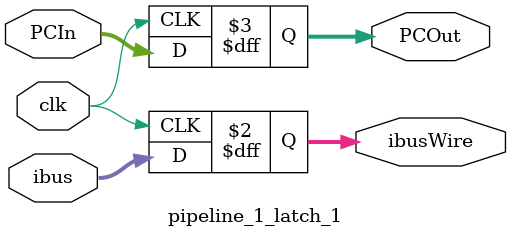
<source format=v>
module pipeline_1_latch_1(clk, ibus, ibusWire, PCIn, PCOut);
  input [31:0] ibus;
  input  [63:0] PCIn;
  input clk;
  output [31:0] ibusWire;
  output [63:0] PCOut;
  reg [31:0] ibusWire;
  reg [63:0] PCOut;
  always @(posedge clk) begin
    ibusWire = ibus;
    PCOut = PCIn;
  end
endmodule
</source>
